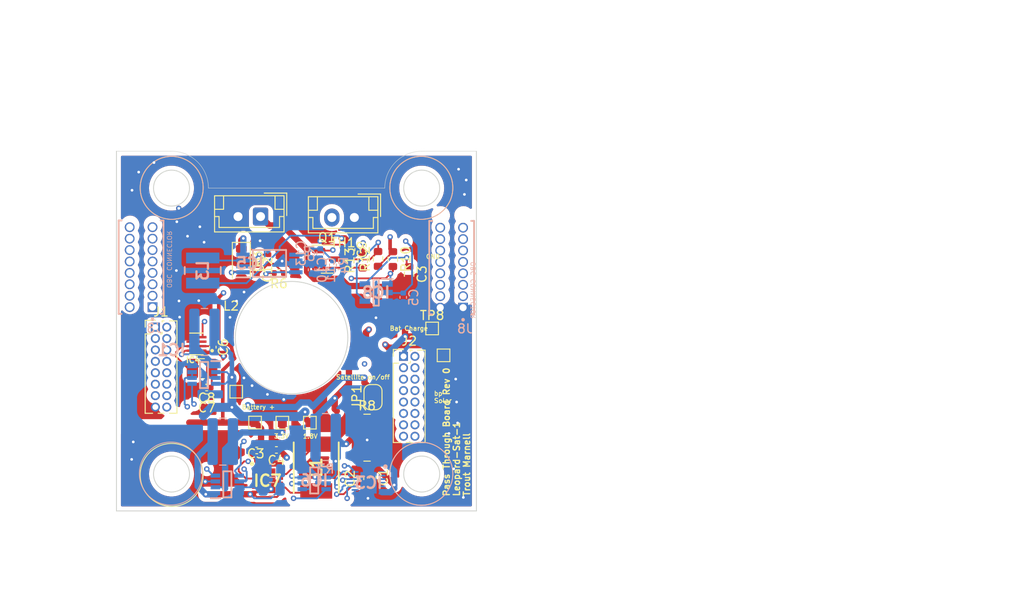
<source format=kicad_pcb>
(kicad_pcb (version 20221018) (generator pcbnew)
  (layers (0 "F.Cu" signal) (1 "In1.Cu" signal) (2 "In2.Cu" signal) (31 "B.Cu" signal) (34 "B.Paste" user) (35 "F.Paste" user) (36 "B.SilkS" user "B.Silkscreen") (37 "F.SilkS" user "F.Silkscreen") (38 "B.Mask" user) (39 "F.Mask" user) (44 "Edge.Cuts" user))
  (net 0 "")
  (net 1 "GND")
  (net 2 "Battery +")
  (net 3 "3V3 MEASURE")
  (net 4 "1V8 MEASURE")
  (net 5 "3.3V")
  (net 6 "1.8V")
  (net 7 "SCL(1)")
  (net 8 "SDA(1)")
  (net 9 "Net-(IC4-SW)")
  (net 10 "Vsolar")
  (net 11 "VMPPT")
  (net 12 "Net-(IC5-MPP-SET)")
  (net 13 "Net-(IC5-VCTRL)")
  (net 14 "Net-(IC5-LX)")
  (net 15 "MPPT ENABLE")
  (net 16 "DRV ENABLE 2")
  (net 17 "DRV ENABLE 1")
  (net 18 "MPPT ENABLE ")
  (net 19 "MCU ENABLE 2")
  (net 20 "MCU ENABLE 1")
  (net 21 "PWM1(1)")
  (net 22 "PWM2(2)")
  (net 23 "PWM2(1)")
  (net 24 "PWM1(2)")
  (net 25 "VBAT+")
  (net 26 "PWM2(5)")
  (net 27 "SDA(2)")
  (net 28 "SCL(2)")
  (net 29 "PWM1(5)")
  (net 30 "DRV ENABLE 3")
  (net 31 "DRV ENABLE 4")
  (net 32 "DRV ENABLE 5")
  (net 33 "PWM1(4)")
  (net 34 "PWM2(3)")
  (net 35 "PWM2(4)")
  (net 36 "PWM1(3)")
  (net 41 "Battery Charge ")
  (net 42 "Net-(IC3-REG)")
  (net 43 "Net-(IC3-TH)")
  (net 44 "FUEL_ALERT")
  (net 46 "Net-(IC7-BOLX)")
  (net 47 "Net-(IC7-BULX)")
  (net 48 "CONV_SHUTDOWN")
  (net 49 "VMPPTCHARGE")
  (net 50 "Net-(IC8-~{MR})")
  (net 51 "SAT_REST")
  (net 52 "CT")
  (footprint "Resistor_SMD:R_0402_1005Metric" (layer "F.Cu") (at 81.02 46.01 90)
    (fp_text reference "R3")
    (fp_text value "1K" hide)
  )
  (footprint "Resistor_SMD:R_0402_1005Metric" (layer "F.Cu") (at 82.18 47.55 180)
    (fp_text reference "R6")
    (fp_text value "1M" hide)
  )
  (footprint "Connector_JST:JST_EH_B2B-EH-A_1x02_P2.50mm_Vertical" (layer "F.Cu") (at 90.57 41.37 180)
    (fp_text reference "TH1")
    (fp_text value "Thermistor_NTC   10k" hide)
  )
  (footprint "TestPoint:TestPoint_Pad_1.0x1.0mm" (layer "F.Cu") (at 99.21 53.71)
    (fp_text reference "TP8")
    (fp_text value "TestPoint_Alt" hide)
  )
  (footprint "TestPoint:TestPoint_Pad_1.0x1.0mm" (layer "F.Cu") (at 77.44 60.74)
    (fp_text reference "TP4" hide)
    (fp_text value "TestPoint_Alt" hide)
  )
  (footprint "Capacitor_SMD:C_0402_1005Metric" (layer "F.Cu") (at 79.755 47.17 -90)
    (fp_text reference "C12")
    (fp_text value "100nF" hide)
  )
  (footprint "Package_TO_SOT_SMD:SOT-23" (layer "F.Cu") (at 87.5375 46)
    (fp_text reference "Q1")
    (fp_text value "2N7002")
  )
  (footprint "1.8v converter pico:SON50P200X150X100-8N" (layer "F.Cu") (at 73.02 55.43 180)
    (fp_text reference "IC4")
    (fp_text value "TPS62840DLCR" hide)
  )
  (footprint "Resistor_SMD:R_0603_1608Metric" (layer "F.Cu") (at 91.5 46.15 90)
    (fp_text reference "R13")
    (fp_text value "5k")
  )
  (footprint "Resistor_SMD:R_0603_1608Metric" (layer "F.Cu") (at 93.2 45.975 90)
    (fp_text reference "R12")
    (fp_text value "1M")
  )
  (footprint "Capacitor_SMD:C_0402_1005Metric" (layer "F.Cu") (at 74.84 55.79 -90)
    (fp_text reference "C6")
    (fp_text value "4.7uF" hide)
  )
  (footprint "Diode_SMD:D_SOD-123" (layer "F.Cu") (at 78.01 46.5 -90)
    (fp_text reference "D1")
    (fp_text value "4.5v" hide)
  )
  (footprint "3.3 v conv picoooooo:SON50P270X300X60-13N" (layer "F.Cu") (at 80.92 70.65)
    (fp_text reference "IC7")
    (fp_text value "RP602K330G-TR" hide)
  )
  (footprint "Resistor_SMD:R_1020_2550Metric" (layer "F.Cu") (at 91.98 65.855)
    (fp_text reference "R8")
    (fp_text value "10m")
  )
  (footprint "Capacitor_SMD:C_0402_1005Metric" (layer "F.Cu") (at 74.155 60.28 180)
    (fp_text reference "C8")
    (fp_text value "1uF" hide)
  )
  (footprint "TestPoint:TestPoint_Pad_1.0x1.0mm" (layer "F.Cu") (at 100.48 56.7)
    (fp_text reference "TP6" hide)
    (fp_text value "TestPoint_Alt" hide)
  )
  (footprint "Resistor_SMD:R_0603_1608Metric" (layer "F.Cu") (at 96.65 47.675 -90)
    (fp_text reference "C3")
    (fp_text value "10uF")
  )
  (footprint "3.3v inductor for pico:INDPM5650X530N" (layer "F.Cu") (at 86.33 69.18 -90)
    (fp_text reference "L1")
    (fp_text value "1.0uH" hide)
  )
  (footprint "Inductor_SMD:L_1008_2520Metric" (layer "F.Cu") (at 73.645 58.185)
    (fp_text reference "L2")
    (fp_text value "2.2uH" hide)
  )
  (footprint "Capacitor_SMD:C_0402_1005Metric" (layer "F.Cu") (at 79.72 67.28 180)
    (fp_text reference "C3")
    (fp_text value "10uF")
  )
  (footprint "Capacitor_SMD:C_0402_1005Metric" (layer "F.Cu") (at 92.63 70.24 -90)
    (fp_text reference "C1")
    (fp_text value ".1uF")
  )
  (footprint "Capacitor_SMD:C_0402_1005Metric" (layer "F.Cu") (at 91.255 70.415 90)
    (fp_text reference "C2")
    (fp_text value ".47uF")
  )
  (footprint "TestPoint:TestPoint_Pad_1.0x1.0mm" (layer "F.Cu") (at 79.535 64.175)
    (fp_text reference "TP1" hide)
    (fp_text value "TestPoint_Alt" hide)
  )
  (footprint "Connector_JST:JST_EH_B2B-EH-A_1x02_P2.50mm_Vertical" (layer "F.Cu") (at 80.143 41.265 180)
    (fp_text reference "J3" hide)
    (fp_text value "Conn_01x02_Socket" hide)
  )
  (footprint "Jumper:SolderJumper-2_P1.3mm_Open_RoundedPad1.0x1.5mm" (layer "F.Cu") (at 92.64 61.35 90)
    (fp_text reference "JP1")
    (fp_text value "SolderJumper_2_Open" hide)
  )
  (footprint "Capacitor_SMD:C_0402_1005Metric" (layer "F.Cu") (at 74.17 61.365 180)
    (fp_text reference "C7")
    (fp_text value "10uF" hide)
  )
  (footprint "TestPoint:TestPoint_Pad_1.0x1.0mm" (layer "F.Cu") (at 85.625 64.19)
    (fp_text reference "TP3" hide)
    (fp_text value "TestPoint_Alt" hide)
  )
  (footprint "Connector_PinHeader_1.27mm:PinHeader_2x08_P1.27mm_Vertical" (layer "F.Cu") (at 68.455 53.56)
    (fp_text reference "J1")
    (fp_text value "FLE-108-01-XX-DV" hide)
  )
  (footprint "Capacitor_SMD:C_0402_1005Metric" (layer "F.Cu") (at 90.265 44.93 -90)
    (fp_text reference "C9")
    (fp_text value "10uF" hide)
  )
  (footprint "TestPoint:TestPoint_Pad_1.0x1.0mm" (layer "F.Cu") (at 82.565 64.19)
    (fp_text reference "TP2" hide)
    (fp_text value "TestPoint_Alt" hide)
  )
  (footprint "Capacitor_SMD:C_0402_1005Metric" (layer "F.Cu") (at 81.905 67.22 180)
    (fp_text reference "C4")
    (fp_text value "22uF")
  )
  (footprint "Resistor_SMD:R_0603_1608Metric" (layer "F.Cu") (at 94.85 46 -90)
    (fp_text reference "R10")
    (fp_text value "1M")
  )
  (footprint "Connector_PinHeader_1.27mm:PinHeader_2x08_P1.27mm_Vertical" (layer "F.Cu") (at 96.03 56.81)
    (fp_text reference "J2")
    (fp_text value "FLE-108-01-XX-DV" hide)
  )
  (footprint "Resistor_SMD:R_0402_1005Metric" (layer "B.Cu") (at 86.775 45.35 -90)
    (fp_text reference "R5")
    (fp_text value "420k" hide)
  )
  (footprint "SLM-108-01-L-D:SAMTEC_SLM-108-01-L-D" (layer "B.Cu") (at 66.87 46.895 -90)
    (fp_text reference "J8")
    (fp_text value "SLM-108-01-L-D")
  )
  (footprint "Capacitor_SMD:C_0805_2012Metric" (layer "B.Cu") (at 81.375 71.575 180)
    (fp_text reference "ff" hide)
    (fp_text value "C_0805_2012Metric" hide)
  )
  (footprint "SPV1040T:SOP65P640X120-8N" (layer "B.Cu") (at 81.132 46.48)
    (fp_text reference "IC5")
    (fp_text value "SPV1040T" hide)
  )
  (footprint "Resistor_SMD:R_0402_1005Metric" (layer "B.Cu") (at 88.19 46.705 90)
    (fp_text reference "R4")
    (fp_text value "1M" hide)
  )
  (footprint "Capacitor_SMD:C_0402_1005Metric" (layer "B.Cu") (at 85.815 47.185 90)
    (fp_text reference "C10")
    (fp_text value "10uF" hide)
  )
  (footprint "current:SOP65P280X110-8N" (layer "B.Cu") (at 73.859 58.887 180)
    (fp_text reference "IC2" hide)
    (fp_text value "INA236AIDDFR" hide)
  )
  (footprint "inductro pass:NRS4012T150MDGJ" (layer "B.Cu") (at 73.72 47.27 -90)
    (fp_text reference "L3")
    (fp_text value "NRS4012T150MDGJ" hide)
  )
  (footprint "Capacitor_SMD:C_0402_1005Metric" (layer "B.Cu") (at 86.75 47.2 90)
    (fp_text reference "C11")
    (fp_text value "4.7uF" hide)
  )
  (footprint "voltagewatchdog:SOT95P280X145-5N" (layer "B.Cu") (at 92.984 49.718 180)
    (fp_text reference "IC8")
    (fp_text value "TLV840MADL30DBVRQ1" hide)
  )
  (footprint "Capacitor_SMD:C_0402_1005Metric" (layer "B.Cu") (at 85.8 45.35 -90)
    (fp_text reference "C13")
    (fp_text value "1nF" hide)
  )
  (footprint "current:SOP65P280X110-8N" (layer "B.Cu") (at 86.106 70.612 180)
    (fp_text reference "IC6")
    (fp_text value "INA236AIDDFR" hide)
  )
  (footprint "current:SOP65P280X110-8N" (layer "B.Cu") (at 76.454 71.049)
    (fp_text reference "IC1")
    (fp_text value "INA236AIDDFR" hide)
  )
  (footprint "Resistor_SMD:R_1020_2550Metric" (layer "B.Cu") (at 75.946 66.294)
    (fp_text reference "R1" hide)
    (fp_text value "20m" hide)
  )
  (footprint "SLM-108-01-L-D:SAMTEC_SLM-108-01-L-D" (layer "B.Cu") (at 101.38 46.945 -90)
    (fp_text reference "J8")
    (fp_text value "SLM-108-01-L-D")
  )
  (footprint "fuel:SON40P300X300X80-15N" (layer "B.Cu") (at 92.145 70.87 180)
    (fp_text reference "IC3")
    (fp_text value "MAX17260SETD+T" hide)
  )
  (footprint "Capacitor_SMD:C_0402_1005Metric" (layer "B.Cu") (at 96 50.25 90)
    (fp_text reference "C5")
    (fp_text value "1uF")
  )
  (footprint "Resistor_SMD:R_1020_2550Metric" (layer "B.Cu") (at 73.914 54.102)
    (fp_text reference "R2" hide)
    (fp_text value "20m" hide)
  )
  (footprint "Capacitor_SMD:C_0805_2012Metric" (layer "B.Cu") (at 81.425 69.525 180)
    (fp_text reference "gg" hide)
    (fp_text value "C_0805_2012Metric" hide)
  )
  (footprint "Resistor_SMD:R_1020_2550Metric" (layer "B.Cu") (at 87.376 65.786)
    (fp_text reference "R7")
    (fp_text value "20m")
  )
  (gr_circle (center 98.01 69.87) (end 94.51 69.87) (stroke (width 0.1)) (fill none) (layer "B.SilkS"))
  (gr_circle (center 70.175 69.85) (end 66.675 69.85) (stroke (width 0.1)) (fill none) (layer "B.SilkS"))
  (gr_circle (center 98.01 38.07) (end 94.51 38.07) (stroke (width 0.1)) (fill none) (layer "B.SilkS"))
  (gr_circle (center 98.01 69.87) (end 94.51 69.87) (stroke (width 0.1)) (fill none) (layer "B.SilkS"))
  (gr_circle (center 70.27 38.07) (end 66.77 38.07) (stroke (width 0.1)) (fill none) (layer "B.SilkS"))
  (gr_circle (center 70.27 38.07) (end 73.77 38.07) (stroke (width 0.1)) (fill none) (layer "F.SilkS"))
  (gr_circle (center 70.27 70) (end 73.77 70) (stroke (width 0.1)) (fill none) (layer "F.SilkS"))
  (gr_circle (center 98.01 38.07) (end 101.51 38.07) (stroke (width 0.1)) (fill none) (layer "F.SilkS"))
  (gr_circle locked (center 98.05 69.9) (end 100.05 69.9) (stroke (width 0.1)) (fill none) (layer "Edge.Cuts"))
  (gr_line (start 98.308 34) (end 98.05 34) (stroke (width 0.05)) (layer "Edge.Cuts"))
  (gr_line (start 64.367 34) (end 70.106 34) (stroke (width 0.05)) (layer "Edge.Cuts"))
  (gr_line (start 64.13 74) (end 64.13 34) (stroke (width 0.1)) (layer "Edge.Cuts"))
  (gr_line (start 104.13 74) (end 104.13 34) (stroke (width 0.1)) (layer "Edge.Cuts"))
  (gr_line (start 64.367 34) (end 64.13 34) (stroke (width 0.05)) (layer "Edge.Cuts"))
  (gr_line (start 70.106 34) (end 70.25 34) (stroke (width 0.05)) (layer "Edge.Cuts"))
  (gr_arc (start 70.25 33.998) (mid 73.150552 35.199448) (end 74.352 38.1) (stroke (width 0.05)) (layer "Edge.Cuts"))
  (gr_arc (start 93.95 38.1) (mid 95.150862 35.200862) (end 98.05 34) (stroke (width 0.05)) (layer "Edge.Cuts"))
  (gr_circle locked (center 70.25 69.9) (end 72.25 69.9) (stroke (width 0.1)) (fill none) (layer "Edge.Cuts"))
  (gr_line (start 64.13 74) (end 104.13 74) (stroke (width 0.1)) (layer "Edge.Cuts"))
  (gr_line (start 93.95 38.1) (end 74.483 38.1) (stroke (width 0.05)) (layer "Edge.Cuts"))
  (gr_line (start 104.13 34) (end 98.308 34) (stroke (width 0.05)) (layer "Edge.Cuts"))
  (gr_circle locked (center 70.25 38.1) (end 72.25 38.1) (stroke (width 0.1)) (fill none) (layer "Edge.Cuts"))
  (gr_circle locked (center 83.59 54.73) (end 89.84 54.73) (stroke (width 0.1)) (fill none) (layer "Edge.Cuts"))
  (gr_line (start 74.483 38.1) (end 74.352 38.1) (stroke (width 0.05)) (layer "Edge.Cuts"))
  (gr_circle locked (center 98.05 38.1) (end 100.05 38.1) (stroke (width 0.1)) (fill none) (layer "Edge.Cuts"))
  (gr_text "OBC CONNECTOR \n" (at 69.705 49.24 -90) (layer "B.SilkS") (effects (font (size 0.5 0.5)) (justify left bottom mirror)))
  (gr_text "OBC CONNECTOR \n" (at 104.07 46.24 90) (layer "B.SilkS") (effects (font (size 0.5 0.5)) (justify left bottom mirror)))
  (gr_text "3.3V\n" (at 81.59 65.975) (layer "F.SilkS") (effects (font (size 0.5 0.5) (thickness 0.1) bold) (justify left bottom)))
  (gr_text "Bat Charge\n" (at 94.45 54) (layer "F.SilkS") (effects (font (size 0.5 0.5) (thickness 0.1) bold) (justify left bottom)))
  (gr_text "GND\n" (at 98.48 46.015) (layer "F.SilkS") (effects (font (size 0.5 0.5) (thickness 0.1) bold) (justify left bottom)))
  (gr_text "Satellite on/off\n" (at 88.48 59.415) (layer "F.SilkS") (effects (font (size 0.5 0.5) (thickness 0.1) bold) (justify left bottom)))
  (gr_text "Battery +\n" (at 78.02 62.745) (layer "F.SilkS") (effects (font (size 0.5 0.5) (thickness 0.1) bold) (justify left bottom)))
  (gr_text "1.8V\n" (at 84.795 65.995) (layer "F.SilkS") (effects (font (size 0.5 0.5) (thickness 0.1) bold) (justify left bottom)))
  (gr_text "Pass Through Board Rev 0\nLeopard-Sat-1\nTrout Marnell" (at 103.47 72.45 90) (layer "F.SilkS") (effects (font (size 0.7 0.7)) (justify left bottom)))
  (gr_text "bp \nSolar\n" (at 99.37 62.04) (layer "F.SilkS") (effects (font (size 0.5 0.5) (thickness 0.1) bold) (justify left bottom)))
  (segment (start 91.845 69.935) (end 92.63 70.72) (width 0.2) (layer "F.Cu") (net 1))
  (segment (start 80.92 70.65) (end 80.17 71.4) (width 0.2) (layer "F.Cu") (net 1))
  (segment (start 74.84 56.27) (end 73.795 56.27) (width 0.2) (layer "F.Cu") (net 1))
  (segment (start 75.501568 56.27) (end 76.028844 56.797276) (width 0.2) (layer "F.Cu") (net 1))
  (segment (start 86.478717 69.935) (end 91.255 69.935) (width 0.2) (layer "F.Cu") (net 1))
  (segment (start 89.245 44.39) (end 90.265 45.41) (width 0.2) (layer "F.Cu") (net 1))
  (segment (start 82.25 70.65) (end 80.92 70.65) (width 0.2) (layer "F.Cu") (net 1))
  (segment (start 82.32 70.72) (end 82.25 70.65) (width 0.2) (layer "F.Cu") (net 1))
  (segment (start 86.75 43.9895) (end 87.1505 44.39) (width 0.2) (layer "F.Cu") (net 1))
  (segment (start 74.84 56.27) (end 75.501568 56.27) (width 0.2) (layer "F.Cu") (net 1))
  (segment (start 73.795 56.27) (end 73.705 56.18) (width 0.2) (layer "F.Cu") (net 1))
  (segment (start 82.32 70.9) (end 82.32 70.72) (width 0.2) (layer "F.Cu") (net 1))
  (segment (start 72.335 54.68) (end 72.335 55.18) (width 0.2) (layer "F.Cu") (net 1))
  (segment (start 73.680831 59.382318) (end 73.680831 60.274169) (width 0.2) (layer "F.Cu") (net 1))
  (segment (start 73.705 55.18) (end 72.335 55.18) (width 0.2) (layer "F.Cu") (net 1))
  (segment (start 80.17 71.4) (end 79.52 71.4) (width 0.2) (layer "F.Cu") (net 1))
  (segment (start 86.184217 70.2295) (end 86.478717 69.935) (width 0.2) (layer "F.Cu") (net 1))
  (segment (start 91.255 69.935) (end 91.845 69.935) (width 0.2) (layer "F.Cu") (net 1))
  (segment (start 87.1505 44.39) (end 89.245 44.39) (width 0.2) (layer "F.Cu") (net 1))
  (segment (start 73.680831 60.274169) (end 73.675 60.28) (width 0.2) (layer "F.Cu") (net 1))
  (segment (start 82.32 70.72) (end 82.32 70.4) (width 0.2) (layer "F.Cu") (net 1))
  (via (at 102.04 64.22) (size 0.6) (drill 0.3) (layers "F.Cu" "B.Cu") (net 1))
  (via (at 82.72 61.6) (size 0.6) (drill 0.3) (layers "F.Cu" "B.Cu") (net 1))
  (via (at 71.06 40.35) (size 0.6) (drill 0.3) (layers "F.Cu" "B.Cu") (net 1))
  (via (at 65.86 38.34) (size 0.6) (drill 0.3) (layers "F.Cu" "B.Cu") (net 1))
  (via (at 101.61 69.32) (size 0.6) (drill 0.3) (layers "F.Cu" "B.Cu") (net 1))
  (via (at 81.307188 71.5695) (size 0.6) (drill 0.3) (layers "F.Cu" "B.Cu") (net 1))
  (via (at 78.3 59.21) (size 0.6) (drill 0.3) (layers "F.Cu" "B.Cu") (net 1))
  (via (at 86.75 43.9895) (size 0.6) (drill 0.3) (layers "F.Cu" "B.Cu") (net 1))
  (via (at 72.03 43.45) (size 0.6) (drill 0.3) (layers "F.Cu" "B.Cu") (net 1))
  (via (at 82.54 46.22) (size 0.6) (drill 0.3) (layers "F.Cu" "B.Cu") (net 1))
  (via (at 101.08 65.39) (size 0.6) (drill 0.3) (layers "F.Cu" "B.Cu") (net 1))
  (via (at 79.2 60.07) (size 0.6) (drill 0.3) (layers "F.Cu" "B.Cu") (net 1))
  (via (at 66 66.33) (size 0.6) (drill 0.3) (layers "F.Cu" "B.Cu") (net 1))
  (via (at 92.08 72.6005) (size 0.6) (drill 0.3) (layers "F.Cu" "B.Cu") (net 1))
  (via (at 66.6 36.32) (size 0.6) (drill 0.3) (layers "F.Cu" "B.Cu") (net 1))
  (via (at 65.82 68.27) (size 0.6) (drill 0.3) (layers "F.Cu" "B.Cu") (net 1))
  (via (at 80.09 43.96) (size 0.6) (drill 0.3) (layers "F.Cu" "B.Cu") (net 1))
  (via (at 102.8 38.8) (size 0.6) (drill 0.3) (layers "F.Cu" "B.Cu") (net 1))
  (via (at 73.680831 59.382318) (size 0.6) (drill 0.3) (layers "F.Cu" "B.Cu") (net 1))
  (via (at 102.15 36) (size 0.6) (drill 0.3) (layers "F.Cu" "B.Cu") (net 1))
  (via (at 92.97 52.52) (size 0.6) (drill 0.3) (layers "F.Cu" "B.Cu") (net 1))
  (via (at 73.4 42.4) (size 0.6) (drill 0.3) (layers "F.Cu" "B.Cu") (net 1))
  (via (at 68.3 35.26) (size 0.6) (drill 0.3) (layers "F.Cu" "B.Cu") (net 1))
  (via (at 78.31 49.66) (size 0.6) (drill 0.3) (layers "F.Cu" "B.Cu") (net 1))
  (via (at 73.28 50.62) (size 0.6) (drill 0.3) (layers "F.Cu" "B.Cu") (net 1))
  (via (at 91.99 66.11) (size 0.6) (drill 0.3) (layers "F.Cu" "B.Cu") (net 1))
  (via (at 74.0015 70.74) (size 0.6) (drill 0.3) (layers "F.Cu" "B.Cu") (net 1))
  (via (at 101.93 61.89) (size 0.6) (drill 0.3) (layers "F.Cu" "B.Cu") (net 1))
  (via (at 70.84 41.84) (size 0.6) (drill 0.3) (layers "F.Cu" "B.Cu") (net 1))
  (via (at 77.48 50.67) (size 0.6) (drill 0.3) (layers "F.Cu" "B.Cu") (net 1))
  (via (at 73.87 44.12) (size 0.6) (drill 0.3) (layers "F.Cu" "B.Cu") (net 1))
  (via (at 101.83 59.34) (size 0.6) (drill 0.3) (layers "F.Cu" "B.Cu") (net 1))
  (via (at 103 37.2) (size 0.6) (drill 0.3) (layers "F.Cu" "B.Cu") (net 1))
  (via (at 71.08 50.65) (size 0.6) (drill 0.3) (layers "F.Cu" "B.Cu") (net 1))
  (via (at 76.75 52.47) (size 0.6) (drill 0.3) (layers "F.Cu" "B.Cu") (net 1))
  (via (at 102.68 72.5) (size 0.6) (drill 0.3) (layers "F.Cu" "B.Cu") (net 1))
  (via (at 80.91 61.04) (size 0.6) (drill 0.3) (layers "F.Cu" "B.Cu") (net 1))
  (via (at 71.15 52.45) (size 0.6) (drill 0.3) (layers "F.Cu" "B.Cu") (net 1))
  (via (at 86.184217 70.2295) (size 0.6) (drill 0.3) (layers "F.Cu" "B.Cu") (net 1))
  (via (at 76.028844 56.797276) (size 0.6) (drill 0.3) (layers "F.Cu" "B.Cu") (net 1))
  (via (at 70.79 47.27) (size 0.6) (drill 0.3) (layers "F.Cu" "B.Cu") (net 1))
  (segment (start 73.680831 58.799169) (end 73.680831 59.382318) (width 0.2) (layer "B.Cu") (net 1))
  (segment (start 74.0175 70.724) (end 74.0015 70.74) (width 0.2) (layer "B.Cu") (net 1))
  (segment (start 74.559 59.212) (end 75.184 59.212) (width 0.2) (layer "B.Cu") (net 1))
  (segment (start 86.806 70.937) (end 87.431 70.937) (width 0.2) (layer "B.Cu") (net 1))
  (segment (start 79.296 71.374) (end 80.475 70.195) (width 0.2) (layer "B.Cu") (net 1))
  (segment (start 80.425 71.575) (end 81.301688 71.575) (width 0.2) (layer "B.Cu") (net 1))
  (segment (start 80.425 71.575) (end 80.425 69.575) (width 0.2) (layer "B.Cu") (net 1))
  (segment (start 81.301688 71.575) (end 81.307188 71.5695) (width 0.2) (layer "B.Cu") (net 1))
  (segment (start 75.129 70.724) (end 74.0175 70.724) (width 0.2) (layer "B.Cu") (net 1))
  (segment (start 78.194 46.805) (end 79.519529 46.805) (width 0.2) (layer "B.Cu") (net 1))
  (segment (start 79.519529 46.805) (end 80.61 45.714529) (width 0.2) (layer "B.Cu") (net 1))
  (segment (start 90.645 71.67) (end 90.645 72.07) (width 0.2) (layer "B.Cu") (net 1))
  (segment (start 86.1005 70.2295) (end 86.184217 70.2295) (width 0.2) (layer "B.Cu") (net 1))
  (segment (start 92.08 72.6005) (end 92.08 70.935) (width 0.2) (layer "B.Cu") (net 1))
  (segment (start 73.9135 58.5665) (end 74.559 59.212) (width 0.2) (layer "B.Cu") (net 1))
  (segment (start 85.506 69.637) (end 86.0995 70.2305) (width 0.2) (layer "B.Cu") (net 1))
  (segment (start 73.9135 58.5665) (end 73.680831 58.799169) (width 0.2) (layer "B.Cu") (net 1))
  (segment (start 80.61 44.48) (end 80.09 43.96) (width 0.2) (layer "B.Cu") (net 1))
  (segment (start 92.08 70.935) (end 92.145 70.87) (width 0.2) (layer "B.Cu") (net 1))
  (segment (start 73.259 57.912) (end 73.9135 58.5665) (width 0.2) (layer "B.Cu") (net 1))
  (segment (start 84.07 46.155) (end 84.07 46.805) (width 0.2) (layer "B.Cu") (net 1))
  (segment (start 90.945 72.07) (end 90.645 72.07) (width 0.2) (layer "B.Cu") (net 1))
  (segment (start 86.0995 70.2305) (end 86.806 70.937) (width 0.2) (layer "B.Cu") (net 1))
  (segment (start 77.779 71.374) (end 79.296 71.374) (width 0.2) (layer "B.Cu") (net 1))
  (segment (start 86.0995 70.2305) (end 86.1005 70.2295) (width 0.2) (layer "B.Cu") (net 1))
  (segment (start 84.781 69.637) (end 85.506 69.637) (width 0.2) (layer "B.Cu") (net 1))
  (segment (start 92.145 70.87) (end 90.945 72.07) (width 0.2) (layer "B.Cu") (net 1))
  (segment (start 80.61 45.714529) (end 80.61 44.48) (width 0.2) (layer "B.Cu") (net 1))
  (segment (start 80.475 70.195) (end 80.475 69.525) (width 0.2) (layer "B.Cu") (net 1))
  (segment (start 72.534 57.912) (end 73.259 57.912) (width 0.2) (layer "B.Cu") (net 1))
  (segment (start 80.425 69.575) (end 80.475 69.525) (width 0.2) (layer "B.Cu") (net 1))
  (segment (start 75.15 55.49) (end 75.5 55.49) (width 0.4) (layer "F.Cu") (net 2))
  (segment (start 72.223 64.175) (end 75.946 64.175) (width 0.7) (layer "F.Cu") (net 2))
  (segment (start 76.910817 55.790817) (end 77.006261 56.252171) (width 0.4) (layer "F.Cu") (net 2))
  (segment (start 93.225 46.8) (end 94.85 45.175) (width 0.2) (layer "F.Cu") (net 2))
  (segment (start 77.163882 56.78898) (end 77.258919 57.036057) (width 0.4) (layer "F.Cu") (net 2))
  (segment (start 76.61 55.49) (end 76.910817 55.790817) (width 0.4) (layer "F.Cu") (net 2))
  (segment (start 79.24 67.28) (end 79.24 67.605807) (width 0.7) (layer "F.Cu") (net 2))
  (segment (start 79.24 66.954193) (end 79.774193 66.42) (width 0.7) (layer "F.Cu") (net 2))
  (segment (start 79.24 67.605807) (end 79.79 68.155807) (width 0.7) (layer "F.Cu") (net 2))
  (segment (start 77.006261 56.252171) (end 77.163882 56.78898) (width 0.4) (layer "F.Cu") (net 2))
  (segment (start 74.47 55.68) (end 74.84 55.31) (width 0.2) (layer "F.Cu") (net 2))
  (segment (start 75.5 55.49) (end 75.5 50.28) (width 0.4) (layer "F.Cu") (net 2))
  (segment (start 75.946 58.348976) (end 75.946 64.175) (width 0.4) (layer "F.Cu") (net 2))
  (segment (start 79.52 69.4) (end 79.52 69.29) (width 0.2) (layer "F.Cu") (net 2))
  (segment (start 75.5 50.28) (end 76.03 49.75) (width 0.4) (layer "F.Cu") (net 2))
  (segment (start 75.5 55.49) (end 76.61 55.49) (width 0.4) (layer "F.Cu") (net 2))
  (segment (start 79.79 68.43) (end 80.085 68.725) (width 0.7) (layer "F.Cu") (net 2))
  (segment (start 80.2 64.84) (end 79.535 64.175) (width 0.7) (layer "F.Cu") (net 2))
  (segment (start 73.705 55.68) (end 74.47 55.68) (width 0.2) (layer "F.Cu") (net 2))
  (segment (start 80.1 66.42) (end 80.2 66.32) (width 0.7) (layer "F.Cu") (net 2))
  (segment (start 93.2 46.8) (end 93.225 46.8) (width 0.2) (layer "F.Cu") (net 2))
  (segment (start 77.258919 57.036057) (end 75.946 58.348976) (width 0.4) (layer "F.Cu") (net 2))
  (segment (start 79.52 69.29) (end 80.085 68.725) (width 0.2) (layer "F.Cu") (net 2))
  (segment (start 80.2 66.32) (end 80.2 64.84) (width 0.7) (layer "F.Cu") (net 2))
  (segment (start 79.774193 66.42) (end 80.1 66.42) (width 0.7) (layer "F.Cu") (net 2))
  (segment (start 80.085 68.725) (end 82.32 68.725) (width 0.7) (layer "F.Cu") (net 2))
  (segment (start 94.54 43.53) (end 94.54 44.865) (width 0.4) (layer "F.Cu") (net 2))
  (segment (start 82.32 69.4) (end 82.32 68.725) (width 0.2) (layer "F.Cu") (net 2))
  (segment (start 94.54 44.865) (end 94.85 45.175) (width 0.4) (layer "F.Cu") (net 2))
  (segment (start 75.946 64.175) (end 79.535 64.175) (width 0.7) (layer "F.Cu") (net 2))
  (segment (start 79.79 68.155807) (end 79.79 68.43) (width 0.7) (layer "F.Cu") (net 2))
  (segment (start 79.24 67.28) (end 79.24 66.954193) (width 0.7) (layer "F.Cu") (net 2))
  (via (at 94.54 43.53) (size 0.6) (drill 0.3) (layers "F.Cu" "B.Cu") (net 2))
  (via (at 76.03 49.75) (size 0.6) (drill 0.3) (layers "F.Cu" "B.Cu") (net 2))
  (segment (start 82.32 71.9) (end 82.32 72.1) (width 0.2) (layer "F.Cu") (net 3))
  (segment (start 79.271 72.149) (end 79.32 72.1) (width 0.7) (layer "F.Cu") (net 3))
  (segment (start 82.385 67.22) (end 82.385 67.399) (width 0.7) (layer "F.Cu") (net 3))
  (segment (start 74.054 72.149) (end 78.994 72.149) (width 0.7) (layer "F.Cu") (net 3))
  (segment (start 82.385 67.399) (end 83.058 68.072) (width 0.7) (layer "F.Cu") (net 3))
  (segment (start 78.994 72.149) (end 79.271 72.149) (width 0.7) (layer "F.Cu") (net 3))
  (segment (start 82.32 72.1) (end 81.97 72.45) (width 0.2) (layer "F.Cu") (net 3))
  (segment (start 81.97 72.45) (end 79.72 72.45) (width 0.2) (layer "F.Cu") (net 3))
  (segment (start 79.72 72.45) (end 79.52 72.25) (width 0.2) (layer "F.Cu") (net 3))
  (segment (start 79.52 72.25) (end 79.52 71.9) (width 0.2) (layer "F.Cu") (net 3))
  (via (at 78.994 72.149) (size 0.6) (drill 0.3) (layers "F.Cu" "B.Cu") (net 3))
  (via (at 83.058 68.072) (size 0.6) (drill 0.3) (layers "F.Cu" "B.Cu") (net 3))
  (via (at 74.054 72.149) (size 0.6) (drill 0.3) (layers "F.Cu" "B.Cu") (net 3))
  (segment (start 73.152 71.247) (end 74.054 72.149) (width 0.7) (layer "B.Cu") (net 3))
  (segment (start 83.058 68.072) (end 83.058 68.085) (width 0.7) (layer "B.Cu") (net 3))
  (segment (start 74.821 66.294) (end 73.152 67.963) (width 0.7) (layer "B.Cu") (net 3))
  (segment (start 82.325 71.575) (end 81.3 72.6) (width 0.2) (layer "B.Cu") (net 3))
  (segment (start 79.445 72.6) (end 78.994 72.149) (width 0.2) (layer "B.Cu") (net 3))
  (segment (start 74.054 72.149) (end 75.129 72.149) (width 0.7) (layer "B.Cu") (net 3))
  (segment (start 73.152 67.963) (end 73.152 71.247) (width 0.7) (layer "B.Cu") (net 3))
  (segment (start 82.325 71.575) (end 82.325 69.575) (width 0.2) (layer "B.Cu") (net 3))
  (segment (start 82.325 69.575) (end 82.375 69.525) (width 0.2) (layer "B.Cu") (net 3))
  (segment (start 81.3 72.6) (end 79.445 72.6) (width 0.2) (layer "B.Cu") (net 3))
  (segment (start 71.77 56.18) (end 71.36 56.59) (width 0.2) (layer "F.Cu") (net 4))
  (segment (start 72.335 56.18) (end 71.77 56.18) (width 0.2) (layer "F.Cu") (net 4))
  (segment (start 74.65 60.295) (end 74.635 60.28) (width 0.2) (layer "F.Cu") (net 4))
  (segment (start 74.72 60.195) (end 74.635 60.28) (width 0.2) (layer "F.Cu") (net 4))
  (segment (start 74.72 58.185) (end 74.72 60.195) (width 0.2) (layer "F.Cu") (net 4))
  (segment (start 74.65 61.365) (end 74.65 60.295) (width 0.2) (layer "F.Cu") (net 4))
  (segment (start 74.72 58.185) (end 73.125 56.59) (width 0.2) (layer "F.Cu") (net 4))
  (segment (start 73.125 56.59) (end 71.36 56.59) (width 0.2) (layer "F.Cu") (net 4))
  (via (at 71.36 56.59) (size 0.6) (drill 0.3) (layers "F.Cu" "B.Cu") (net 4))
  (segment (start 71.36 56.59) (end 73.35 56.59) (width 0.2) (layer "B.Cu") (net 4))
  (segment (start 73.35 56.59) (end 73.429249 56.510751) (width 0.2) (layer "B.Cu") (net 4))
  (segment (start 72.789 55.870503) (end 73.429249 56.510751) (width 1) (layer "B.Cu") (net 4))
  (segment (start 74.555497 57.637) (end 75.184 57.637) (width 1) (layer "B.Cu") (net 4))
  (segment (start 72.789 54.102) (end 72.789 55.870503) (width 1) (layer "B.Cu") (net 4))
  (segment (start 73.429249 56.510751) (end 74.555497 57.637) (width 1) (layer "B.Cu") (net 4))
  (segment (start 82.565 65.263) (end 82.55 65.278) (width 0.7) (layer "F.Cu") (net 5))
  (segment (start 82.565 64.19) (end 82.565 65.263) (width 0.7) (layer "F.Cu") (net 5))
  (via (at 82.55 65.278) (size 0.6) (drill 0.3) (layers "F.Cu" "B.Cu") (net 5))
  (via (at 96.272538 44.002538) (size 0.6) (drill 0.3) (layers "F.Cu" "B.Cu") (net 5))
  (segment (start 76.079 71.374) (end 76.204 71.499) (width 0.2) (layer "B.Cu") (net 5))
  (segment (start 78.087 65.278) (end 77.071 66.294) (width 0.7) (layer "B.Cu") (net 5))
  (segment (start 82.55 65.278) (end 78.087 65.278) (width 0.7) (layer "B.Cu") (net 5))
  (segment (start 76.204 67.161) (end 76.204 71.499) (width 0.7) (layer "B.Cu") (net 5))
  (segment (start 96 49.77) (end 96.98 48.79) (width 0.2) (layer "B.Cu") (net 5))
  (segment (start 96.98 44.71) (end 96.272538 44.002538) (width 0.2) (layer "B.Cu") (net 5))
  (segment (start 75.129 71.374) (end 76.079 71.374) (width 0.2) (layer "B.Cu") (net 5))
  (segment (start 96 49.77) (end 94.286 49.77) (width 0.2) (layer "B.Cu") (net 5))
  (segment (start 94.286 49.77) (end 94.234 49.718) (width 0.2) (layer "B.Cu") (net 5))
  (segment (start 77.071 66.294) (end 76.204 67.161) (width 0.7) (layer "B.Cu") (net 5))
  (segment (start 96.98 48.79) (end 96.98 44.71) (width 0.2) (layer "B.Cu") (net 5))
  (segment (start 85.09 62.992) (end 85.09 63.655) (width 0.7) (layer "F.Cu") (net 6))
  (segment (start 91.5 45.325) (end 91.5 44.23) (width 0.2) (layer "F.Cu") (net 6))
  (segment (start 88.12 45.05) (end 88.18 44.99) (width 0.2) (layer "F.Cu") (net 6))
  (segment (start 91.5 44.23) (end 91.54 44.19) (width 0.2) (layer "F.Cu") (net 6))
  (segment (start 85.09 63.655) (end 85.625 64.19) (width 0.7) (layer "F.Cu") (net 6))
  (segment (start 86.6 45.05) (end 88.12 45.05) (width 0.2) (layer "F.Cu") (net 6))
  (via (at 88.18 44.99) (size 0.6) (drill 0.3) (layers "F.Cu" "B.Cu") (net 6))
  (via (at 91.54 44.19) (size 0.6) (drill 0.3) (layers "F.Cu" "B.Cu") (net 6))
  (via (at 74.168 69.342) (size 0.6) (drill 0.3) (layers "F.Cu" "B.Cu") (net 6))
  (via (at 91.7 57.65) (size 0.6) (drill 0.3) (layers "F.Cu" "B.Cu") (net 6))
  (via (at 76.962 62.484) (size 0.6) (drill 0.3) (layers "F.Cu" "B.Cu") (net 6))
  (via (at 76.962 59.14) (size 0.6) (drill 0.3) (layers "F.Cu" "B.Cu") (net 6))
  (via (at 85.09 62.992) (size 0.6) (drill 0.3) (layers "F.Cu" "B.Cu") (net 6))
  (via (at 83.81 72.6005) (size 0.6) (drill 0.3) (layers "F.Cu" "B.Cu") (net 6))
  (segment (start 76.962 62.484) (end 77.067371 62.484) (width 1) (layer "B.Cu") (net 6))
  (segment (start 75.129 70.074) (end 74.9 70.074) (width 0.2) (layer "B.Cu") (net 6))
  (segment (start 76.962 59.14) (end 76.962 57.119108) (width 0.5) (layer "B.Cu") (net 6))
  (segment (start 76.962 59.14) (end 76.384 58.562) (width 0.2) (layer "B.Cu") (net 6))
  (segment (start 74.716 62.484) (end 76.962 62.484) (width 1) (layer "B.Cu") (net 6))
  (segment (start 86.4175 72.6005) (end 83.81 72.6005) (width 0.2) (layer "B.Cu") (net 6))
  (segment (start 76.85 57.007108) (end 76.85 56.558477) (width 0.5) (layer "B.Cu") (net 6))
  (segment (start 76.962 57.119108) (end 76.85 57.007108) (width 0.5) (layer "B.Cu") (net 6))
  (segment (start 76.962 59.14) (end 76.24 59.862) (width 0.2) (layer "B.Cu") (net 6))
  (segment (start 84.582 63.5) (end 85.09 62.992) (width 1) (layer "B.Cu") (net 6))
  (segment (start 77.067371 62.484) (end 78.083371 63.5) (width 1) (layer "B.Cu") (net 6))
  (segment (start 74.9 70.074) (end 74.168 69.342) (width 0.2) (layer "B.Cu") (net 6))
  (segment (start 73.785 63.415) (end 74.716 62.484) (width 1) (layer "B.Cu") (net 6))
  (segment (start 76.962 59.14) (end 76.962 62.484) (width 1) (layer "B.Cu") (net 6))
  (segment (start 78.083371 63.5) (end 84.582 63.5) (width 1) (layer "B.Cu") (net 6))
  (segment (start 75.039 54.747477) (end 75.039 54.102) (width 0.5) (layer "B.Cu") (net 6))
  (segment (start 76.24 59.862) (end 75.184 59.862) (width 0.2) (layer "B.Cu") (net 6))
  (segment (start 76.384 58.562) (end 75.184 58.562) (width 0.2) (layer "B.Cu") (net 6))
  (segment (start 87.431 71.587) (end 86.4175 72.6005) (width 0.2) (layer "B.Cu") (net 6))
  (segment (start 76.85 56.558477) (end 75.039 54.747477) (width 0.5) (layer "B.Cu") (net 6))
  (via (at 78.299438 66.266938) (size 0.6) (drill 0.3) (layers "F.Cu" "B.Cu") (net 7))
  (via (at 72.75 62.12) (size 0.6) (drill 0.3) (layers "F.Cu" "B.Cu") (net 7))
  (via (at 89.47 68.99) (size 0.6) (drill 0.3) (layers "F.Cu" "B.Cu") (net 7))
  (via (at 83.623911 70.133911) (size 0.6) (drill 0.3) (layers "F.Cu" "B.Cu") (net 7))
  (segment (start 72.534 61.904) (end 72.534 59.862) (width 0.2) (layer "B.Cu") (net 7))
  (segment (start 85.506 71.587) (end 85.606 71.487) (width 0.2) (layer "B.Cu") (net 7))
  (segment (start 77.32 69.615) (end 77.779 70.074) (width 0.2) (layer "B.Cu") (net 7))
  (segment (start 77.946 68.871817) (end 77.32 69.497817) (width 0.2) (layer "B.Cu") (net 7))
  (segment (start 85.606 71.487) (end 85.606 70.387) (width 0.2) (layer "B.Cu") (net 7))
  (segment (start 83.623911 70.133911) (end 83.777 70.287) (width 0.2) (layer "B.Cu") (net 7))
  (segment (start 84.781 71.587) (end 85.506 71.587) (width 0.2) (layer "B.Cu") (net 7))
  (segment (start 83.777 70.287) (end 84.781 70.287) (width 0.2) (layer "B.Cu") (net 7))
  (segment (start 77.946 66.620376) (end 77.946 68.871817) (width 0.2) (layer "B.Cu") (net 7))
  (segment (start 77.32 69.497817) (end 77.32 69.615) (width 0.2) (layer "B.Cu") (net 7))
  (segment (start 89.965 68.99) (end 90.645 69.67) (width 0.2) (layer "B.Cu") (net 7))
  (segment (start 78.299438 66.266938) (end 77.946 66.620376) (width 0.2) (layer "B.Cu") (net 7))
  (segment (start 85.506 70.287) (end 84.781 70.287) (width 0.2) (layer "B.Cu") (net 7))
  (segment (start 72.75 62.12) (end 72.534 61.904) (width 0.2) (layer "B.Cu") (net 7))
  (segment (start 89.47 68.99) (end 89.965 68.99) (width 0.2) (layer "B.Cu") (net 7))
  (segment (start 85.606 70.387) (end 85.506 70.287) (width 0.2) (layer "B.Cu") (net 7))
  (via (at 72.007618 62.4155) (size 0.6) (drill 0.3) (layers "F.Cu" "B.Cu") (net 8))
  (via (at 78.315513 69.350127) (size 0.6) (drill 0.3) (layers "F.Cu" "B.Cu") (net 8))
  (via (at 83.62 70.97) (size 0.6) (drill 0.3) (layers "F.Cu" "B.Cu") (net 8))
  (via (at 88.63394 71.343072) (size 0.6) (drill 0.3) (layers "F.Cu" "B.Cu") (net 8))
  (segment (start 71.809 59.212) (end 72.534 59.212) (width 0.2) (layer "B.Cu") (net 8))
  (segment (start 88.901 70.009) (end 89.3 69.61) (width 0.2) (layer "B.Cu") (net 8))
  (segment (start 78.604 70.599) (end 78.379 70.599) (width 0.2) (layer "B.Cu") (net 8))
  (segment (start 88.901 70.107686) (end 88.901 70.009) (width 0.2) (layer "B.Cu") (net 8))
  (segment (start 84.748 70.97) (end 84.781 70.937) (width 0.2) (layer "B.Cu") (net 8))
  (segment (start 89.3 69.61) (end 89.738529 69.61) (width 0.2) (layer "B.Cu") (net 8))
  (segment (start 71.709 59.312) (end 71.809 59.212) (width 0.2) (layer "B.Cu") (net 8))
  (segment (start 72.007618 62.4155) (end 71.709 62.116882) (width 0.2) (layer "B.Cu") (net 8))
  (segment (start 89.738529 69.61) (end 89.97 69.841471) (width 0.2) (layer "B.Cu") (net 8))
  (segment (start 78.379 70.599) (end 78.504 70.724) (width 0.2) (layer "B.Cu") (net 8))
  (segment (start 78.604 69.638614) (end 78.604 70.599) (width 0.2) (layer "B.Cu") (net 8))
  (segment (start 78.315513 69.350127) (end 78.604 69.638614) (width 0.2) (layer "B.Cu") (net 8))
  (segment (start 88.41 70.598686) (end 88.901 70.107686) (width 0.2) (layer "B.Cu") (net 8))
  (segment (start 89.97 70.07) (end 90.645 70.07) (width 0.2) (layer "B.Cu") (net 8))
  (segment (start 71.709 62.116882) (end 71.709 59.312) (width 0.2) (layer "B.Cu") (net 8))
  (segment (start 89.97 69.841471) (end 89.97 70.07) (width 0.2) (layer "B.Cu") (net 8))
  (segment (start 72.534 58.562) (end 72.534 59.212) (width 0.2) (layer "B.Cu") (net 8))
  (segment (start 83.62 70.97) (end 84.748 70.97) (width 0.2) (layer "B.Cu") (net 8))
  (segment (start 88.41 71.119132) (end 88.41 70.598686) (width 0.2) (layer "B.Cu") (net 8))
  (segment (start 78.504 70.724) (end 77.779 70.724) (width 0.2) (layer "B.Cu") (net 8))
  (segment (start 88.63394 71.343072) (end 88.41 71.119132) (width 0.2) (layer "B.Cu") (net 8))
  (segment (start 72.105 58.185) (end 72.57 58.185) (width 0.2) (layer "F.Cu") (net 9))
  (segment (start 71.421471 55.68) (end 70.76 56.341471) (width 0.2) (layer "F.Cu") (net 9))
  (segment (start 70.76 56.341471) (end 70.76 56.84) (width 0.2) (layer "F.Cu") (net 9))
  (segment (start 72.335 55.68) (end 71.421471 55.68) (width 0.2) (layer "F.Cu") (net 9))
  (segment (start 70.76 56.84) (end 72.105 58.185) (width 0.2) (layer "F.Cu") (net 9))
  (segment (start 94.351 55.851) (end 95.025 55.851) (width 0.7) (layer "F.Cu") (net 10))
  (segment (start 89.154 43.688) (end 89.503 43.688) (width 0.7) (layer "F.Cu") (net 10))
  (segment (start 99.347 55.567) (end 95.309 55.567) (width 0.7) (layer "F.Cu") (net 10))
  (segment (start 89.503 43.688) (end 90.265 44.45) (width 0.7) (layer "F.Cu") (net 10))
  (segment (start 95.309 55.567) (end 95.025 55.851) (width 0.7) (layer "F.Cu") (net 10))
  (segment (start 100.48 56.7) (end 99.347 55.567) (width 0.7) (layer "F.Cu") (net 10))
  (segment (start 94 55.5) (end 94.351 55.851) (width 0.7) (layer "F.Cu") (net 10))
  (via (at 94 55.5) (size 0.6) (drill 0.3) (layers "F.Cu" "B.Cu") (net 10))
  (via (at 89.154 43.688) (size 0.6) (drill 0.3) (layers "F.Cu" "B.Cu") (net 10))
  (segment (start 73.72 48.67) (end 78.58 48.67) (width 0.2) (layer "B.Cu") (net 10))
  (segment (start 82.27 44.98) (end 82.27 44.61) (width 0.2) (layer "B.Cu") (net 10))
  (segment (start 83.49 43.39) (end 88.856 43.39) (width 0.2) (layer "B.Cu") (net 10))
  (segment (start 82.27 44.61) (end 83.49 43.39) (width 0.2) (layer "B.Cu") (net 10))
  (segment (start 78.58 48.67) (end 82.27 44.98) (width 0.2) (layer "B.Cu") (net 10))
  (segment (start 88.856 43.39) (end 89.154 43.688) (width 0.2) (layer "B.Cu") (net 10))
  (segment (start 88.392 61.468) (end 89.964428 59.895572) (width 0.7) (layer "F.Cu") (net 11))
  (segment (start 89.964428 57.385572) (end 91.86 55.49) (width 0.7) (layer "F.Cu") (net 11))
  (segment (start 91.86 55.49) (end 91.86 54.15) (width 0.7) (layer "F.Cu") (net 11))
  (segment (start 91.86 54.15) (end 92.18 53.83) (width 0.7) (layer "F.Cu") (net 11))
  (segment (start 78.01 44.85) (end 78.01 43.91) (width 0.7) (layer "F.Cu") (net 11))
  (segment (start 88.392 62.667) (end 88.62 62.895) (width 0.7) (layer "F.Cu") (net 11))
  (segment (start 78.01 43.91) (end 78.232 43.688) (width 0.7) (layer "F.Cu") (net 11))
  (segment (start 88.392 61.468) (end 88.392 62.667) (width 0.7) (layer "F.Cu") (net 11))
  (segment (start 89.964428 59.895572) (end 89.964428 57.385572) (width 0.7) (layer "F.Cu") (net 11))
  (via (at 88.392 61.468) (size 0.6) (drill 0.3) (layers "F.Cu" "B.Cu") (net 11))
  (via (at 78.232 43.688) (size 0.6) (drill 0.3) (layers "F.Cu" "B.Cu") (net 11))
  (via (at 92.18 53.83) (size 0.6) (drill 0.3) (layers "F.Cu" "B.Cu") (net 11))
  (segment (start 86.251 63.609) (end 88.392 61.468) (width 0.7) (layer "B.Cu") (net 11))
  (segment (start 86.251 65.786) (end 86.251 68.457) (width 0.7) (layer "B.Cu") (net 11))
  (segment (start 86.251 65.786) (end 86.251 63.609) (width 0.7) (layer "B.Cu") (net 11))
  (segment (start 78.232 45.38) (end 78.194 45.38) (width 0.7) (layer "B.Cu") (net 11))
  (segment (start 86.251 68.457) (end 87.306 69.512) (width 0.7) (layer "B.Cu") (net 11))
  (segment (start 86.75 47.68) (end 86.156515 47.68) (width 0.7) (layer "B.Cu") (net 11))
  (segment (start 87.725 47.68) (end 88.19 47.215) (width 0.7) (layer "B.Cu") (net 11))
  (segment (start 78.232 43.688) (end 78.232 45.38) (width 0.7) (layer "B.Cu") (net 11))
  (segment (start 86.75 47.68) (end 87.165 47.68) (width 0.7) (layer "B.Cu") (net 11))
  (segment (start 87.165 47.68) (end 87.725 47.68) (width 0.7) (layer "B.Cu") (net 11))
  (segment (start 87.306 69.512) (end 87.431 69.512) (width 0.7) (layer "B.Cu") (net 11))
  (segment (start 86.156515 47.68) (end 85.849659 47.5691) (width 0.7) (layer "B.Cu") (net 11))
  (segment (start 79.505 47.4) (end 79.755 47.65) (width 0.2) (layer "F.Cu") (net 12))
  (segment (start 76.92 47.48) (end 77 47.4) (width 0.2) (layer "F.Cu") (net 12))
  (segment (start 82.69 47.55) (end 81.66 46.52) (width 0.2) (layer "F.Cu") (net 12))
  (segment (start 81.66 46.52) (end 81.02 46.52) (width 0.2) (layer "F.Cu") (net 12))
  (segment (start 79.755 47.65) (end 79.89 47.65) (width 0.2) (layer "F.Cu") (net 12))
  (segment (start 79.89 47.65) (end 81.02 46.52) (width 0.2) (layer "F.Cu") (net 12))
  (segment (start 77 47.4) (end 79.505 47.4) (width 0.2) (layer "F.Cu") (net 12))
  (via (at 76.92 47.48) (size 0.6) (drill 0.3) (layers "F.Cu" "B.Cu") (net 12))
  (segment (start 78.194 47.455) (end 76.945 47.455) (width 0.2) (layer "B.Cu") (net 12))
  (segment (start 76.945 47.455) (end 76.92 47.48) (width 0.2) (layer "B.Cu") (net 12))
  (segment (start 84.07 45.505) (end 85.165 45.505) (width 0.2) (layer "B.Cu") (net 13))
  (segment (start 85.165 45.505) (end 85.8 44.87) (width 0.2) (layer "B.Cu") (net 13))
  (segment (start 85.83 44.84) (end 85.8 44.87) (width 0.2) (layer "B.Cu") (net 13))
  (segment (start 86.775 44.84) (end 86.835 44.84) (width 0.2) (layer "B.Cu") (net 13))
  (segment (start 86.775 44.84) (end 85.83 44.84) (width 0.2) (layer "B.Cu") (net 13))
  (segment (start 86.835 44.84) (end 88.19 46.195) (width 0.2) (layer "B.Cu") (net 13))
  (segment (start 80.044 45.5) (end 80.01 45.466) (width 0.2) (layer "F.Cu") (net 14))
  (segment (start 81.02 45.5) (end 80.044 45.5) (width 0.2) (layer "F.Cu") (net 14))
  (via (at 80.01 45.466) (size 0.6) (drill 0.3) (layers "F.Cu" "B.Cu") (net 14))
  (segment (start 80.01 45.466) (end 79.321 46.155) (width 0.2) (layer "B.Cu") (net 14))
  (segment (start 74.005 46.155) (end 78.194 46.155) (width 0.2) (layer "B.Cu") (net 14))
  (segment (start 73.72 45.87) (end 74.005 46.155) (width 0.2) (layer "B.Cu") (net 14))
  (segment (start 79.321 46.155) (end 78.194 46.155) (width 0.2) (layer "B.Cu") (net 14))
  (segment (start 81.67 47.55) (end 80.837822 47.55) (width 0.2) (layer "F.Cu") (net 15))
  (segment (start 80.837822 47.55) (end 80.738911 47.648911) (width 0.2) (layer "F.Cu") (net 15))
  (via (at 80.738911 47.648911) (size 0.6) (drill 0.3) (layers "F.Cu" "B.Cu") (net 15))
  (segment (start 80.738911 47.648911) (end 80.932822 47.455) (width 0.2) (layer "B.Cu") (net 15))
  (segment (start 80.932822 47.455) (end 84.07 47.455) (width 0.2) (layer "B.Cu") (net 15))
  (segment (start 91.694 59.754) (end 92.64 60.7) (width 0.7) (layer "F.Cu") (net 25))
  (segment (start 91.694 59.182) (end 91.694 59.754) (width 0.7) (layer "F.Cu") (net 25))
  (via (at 91.694 59.182) (size 0.6) (drill 0.3) (layers "F.Cu" "B.Cu") (net 25))
  (via (at 78.74 62.23) (size 0.6) (drill 0.3) (layers "F.Cu" "B.Cu") (net 25))
  (segment (start 85.959462 62.376538) (end 85.524924 61.942) (width 0.7) (layer "B.Cu") (net 25))
  (segment (start 91.694 59.182) (end 89.154 59.182) (width 0.7) (layer "B.Cu") (net 25))
  (segment (start 78.96 62.45) (end 78.74 62.23) (width 0.7) (layer "B.Cu") (net 25))
  (segment (start 89.154 59.182) (end 85.959462 62.376538) (width 0.7) (layer "B.Cu") (net 25))
  (segment (start 84.147076 62.45) (end 78.96 62.45) (width 0.7) (layer "B.Cu") (net 25))
  (segment (start 84.655076 61.942) (end 84.147076 62.45) (width 0.7) (layer "B.Cu") (net 25))
  (segment (start 85.524924 61.942) (end 84.655076 61.942) (width 0.7) (layer "B.Cu") (net 25))
  (segment (start 91.78 48.99) (end 89.877918 48.99) (width 0.7) (layer "F.Cu") (net 41))
  (segment (start 98.32 54.6) (end 99.21 53.71) (width 0.7) (layer "F.Cu") (net 41))
  (segment (start 89.078037 48.190119) (end 86.11267 48.190119) (width 0.7) (layer "F.Cu") (net 41))
  (segment (start 96.2 53.41) (end 91.78 48.99) (width 0.7) (layer "F.Cu") (net 41))
  (segment (start 82.595 42.255) (end 81.133 42.255) (width 0.7) (layer "F.Cu") (net 41))
  (segment (start 85.3125 44.9725) (end 82.595 42.255) (width 0.7) (layer "F.Cu") (net 41))
  (segment (start 86.11267 48.190119) (end 85.3125 47.389949) (width 0.7) (layer "F.Cu") (net 41))
  (segment (start 93.105 69.229) (end 94.996 71.12) (width 0.7) (layer "F.Cu") (net 41))
  (segment (start 85.3125 47.389949) (end 85.3125 44.9725) (width 0.7) (layer "F.Cu") (net 41))
  (segment (start 96.2 54.6) (end 98.32 54.6) (width 0.7) (layer "F.Cu") (net 41))
  (segment (start 89.877918 48.99) (end 89.078037 48.190119) (width 0.7) (layer "F.Cu") (net 41))
  (segment (start 81.133 42.255) (end 80.143 41.265) (width 0.7) (layer "F.Cu") (net 41))
  (segment (start 93.105 65.855) (end 93.105 69.229) (width 0.7) (layer "F.Cu") (net 41))
  (segment (start 96.2 54.6) (end 96.2 53.41) (width 0.7) (layer "F.Cu") (net 41))
  (segment (start 93.105 65.855) (end 93.105 69.285) (width 0.7) (layer "F.Cu") (net 41))
  (segment (start 93.105 69.285) (end 92.63 69.76) (width 0.7) (layer "F.Cu") (net 41))
  (via (at 94.996 71.12) (size 0.6) (drill 0.3) (layers "F.Cu" "B.Cu") (net 41))
  (via (at 96.2 54.6) (size 0.6) (drill 0.3) (layers "F.Cu" "B.Cu") (net 41))
  (segment (start 94.996 71.12) (end 94.996 71.494) (width 0.7) (layer "B.Cu") (net 41))
  (segment (start 94.45 56.35) (end 94.45 69.02) (width 0.7) (layer "B.Cu") (net 41))
  (segment (start 94.996 69.566) (end 94.996 71.12) (width 0.7) (layer "B.Cu") (net 41))
  (segment (start 94.45 69.02) (end 94.996 69.566) (width 0.7) (layer "B.Cu") (net 41))
  (segment (start 94.996 71.494) (end 94.57 71.92) (width 0.7) (layer "B.Cu") (net 41))
  (segment (start 94.57 71.92) (end 93.645 71.92) (width 0.7) (layer "B.Cu") (net 41))
  (segment (start 96.2 54.6) (end 94.45 56.35) (width 0.7) (layer "B.Cu") (net 41))
  (segment (start 93.645 72.07) (end 93.645 71.67) (width 0.2) (layer "B.Cu") (net 41))
  (segment (start 90.625 70.895) (end 91.255 70.895) (width 0.2) (layer "F.Cu") (net 42))
  (segment (start 88.604502 72.142032) (end 89.377968 72.142032) (width 0.2) (layer "F.Cu") (net 42))
  (segment (start 89.377968 72.142032) (end 90.625 70.895) (width 0.2) (layer "F.Cu") (net 42))
  (via (at 88.604502 72.142032) (size 0.6) (drill 0.3) (layers "F.Cu" "B.Cu") (net 42))
  (segment (start 89.835037 70.87) (end 90.645 70.87) (width 0.2) (layer "B.Cu") (net 42))
  (segment (start 88.683509 72.142032) (end 89.23394 71.591601) (width 0.2) (layer "B.Cu") (net 42))
  (segment (start 89.526096 71.178941) (end 89.835037 70.87) (width 0.2) (layer "B.Cu") (net 42))
  (segment (start 89.23394 71.591601) (end 89.23394 71.34606) (width 0.2) (layer "B.Cu") (net 42))
  (segment (start 89.23394 71.34606) (end 89.401059 71.178941) (width 0.2) (layer "B.Cu") (net 42))
  (segment (start 88.604502 72.142032) (end 88.683509 72.142032) (width 0.2) (layer "B.Cu") (net 42))
  (segment (start 89.401059 71.178941) (end 89.526096 71.178941) (width 0.2) (layer "B.Cu") (net 42))
  (via (at 89.277567 70.578941) (size 0.6) (drill 0.3) (layers "F.Cu" "B.Cu") (net 44))
  (segment (start 89.277567 70.578941) (end 89.386508 70.47) (width 0.2) (layer "B.Cu") (net 44))
  (segment (start 89.386508 70.47) (end 90.645 70.47) (width 0.2) (layer "B.Cu") (net 44))
  (segment (start 82.32 71.4) (end 82.895 71.4) (width 0.2) (layer "F.Cu") (net 46))
  (segment (start 86.13 71.98) (end 86.33 71.78) (width 0.2) (layer "F.Cu") (net 46))
  (segment (start 82.895 71.4) (end 83.475 71.98) (width 0.2) (layer "F.Cu") (net 46))
  (segment (start 83.475 71.98) (end 86.13 71.98) (width 0.2) (layer "F.Cu") (net 46))
  (segment (start 86.33 66.58) (end 83.01 69.9) (width 0.2) (layer "F.Cu") (net 47))
  (segment (start 83.01 69.9) (end 82.32 69.9) (width 0.2) (layer "F.Cu") (net 47))
  (segment (start 90.23 48.14) (end 94.05 48.14) (width 0.2) (layer "F.Cu") (net 48))
  (segment (start 94.85 47.34) (end 94.58 47.61) (width 0.2) (layer "F.Cu") (net 48))
  (segment (start 77.715513 69.598656) (end 78.516857 70.4) (width 0.2) (layer "F.Cu") (net 48))
  (segment (start 73.705 54.68) (end 73.705 53.155) (width 0.2) (layer "F.Cu") (net 48))
  (segment (start 94.05 48.14) (end 94.58 47.61) (width 0.2) (layer "F.Cu") (net 48))
  (segment (start 73.705 53.155) (end 73.92 52.94) (width 0.2) (layer "F.Cu") (net 48))
  (segment (start 78.327111 68.49) (end 77.715513 69.101598) (width 0.2) (layer "F.Cu") (net 48))
  (segment (start 77.715513 69.101598) (end 77.715513 69.598656) (width 0.2) (layer "F.Cu") (net 48))
  (segment (start 78.77 68.49) (end 78.327111 68.49) (width 0.2) (layer "F.Cu") (net 48))
  (segment (start 78.516857 70.4) (end 79.52 70.4) (width 0.2) (layer "F.Cu") (net 48))
  (segment (start 79.52 69.9) (end 79.52 70.4) (width 0.2) (layer "F.Cu") (net 48))
  (segment (start 94.85 46.825) (end 94.85 47.34) (width 0.2) (layer "F.Cu") (net 48))
  (via (at 78.77 68.49) (size 0.6) (drill 0.3) (layers "F.Cu" "B.Cu") (net 48))
  (via (at 94.58 47.61) (size 0.6) (drill 0.3) (layers "F.Cu" "B.Cu") (net 48))
  (via (at 90.23 48.14) (size 0.6) (drill 0.3) (layers "F.Cu" "B.Cu") (net 48))
  (via (at 73.92 52.94) (size 0.6) (drill 0.3) (layers "F.Cu" "B.Cu") (net 48))
  (segment (start 94.58 48.422) (end 94.234 48.768) (width 0.2) (layer "B.Cu") (net 48))
  (segment (start 94.58 47.61) (end 94.58 48.422) (width 0.2) (layer "B.Cu") (net 48))
  (segment (start 90.855 65.855) (end 90.355 65.855) (width 0.7) (layer "F.Cu") (net 49))
  (segment (start 92.64 62) (end 90.855 63.785) (width 0.7) (layer "F.Cu") (net 49))
  (segment (start 90.855 63.785) (end 90.855 65.855) (width 0.7) (layer "F.Cu") (net 49))
  (segment (start 90.355 65.855) (end 89.662 66.548) (width 0.7) (layer "F.Cu") (net 49))
  (via (at 88.501 68.472492) (size 0.6) (drill 0.3) (layers "F.Cu" "B.Cu") (net 49))
  (via (at 89.763567 72.6005) (size 0.6) (drill 0.3) (layers "F.Cu" "B.Cu") (net 49))
  (via (at 89.662 66.548) (size 0.6) (drill 0.3) (layers "F.Cu" "B.Cu") (net 49))
  (segment (start 88.501 69.942) (end 88.501 69.197) (width 0.2) (layer "B.Cu") (net 49))
  (segment (start 88.501 65.786) (end 88.501 69.197) (width 0.7) (layer "B.Cu") (net 49))
  (segment (start 90.000723 71.27) (end 89.763567 71.507156) (width 0.2) (layer "B.Cu") (net 49))
  (segment (start 89.763567 71.507156) (end 89.763567 72.6005) (width 0.2) (layer "B.Cu") (net 49))
  (segment (start 89.662 66.548) (end 89.263 66.548) (width 0.7) (layer "B.Cu") (net 49))
  (segment (start 90.645 71.27) (end 90.000723 71.27) (width 0.2) (layer "B.Cu") (net 49))
  (segment (start 88.156 70.287) (end 88.501 69.942) (width 0.2) (layer "B.Cu") (net 49))
  (segment (start 88.501 69.197) (end 88.506 69.202) (width 0.7) (layer "B.Cu") (net 49))
  (segment (start 89.263 66.548) (end 88.501 65.786) (width 0.7) (layer "B.Cu") (net 49))
  (segment (start 87.431 70.287) (end 88.156 70.287) (width 0.2) (layer "B.Cu") (net 49))
  (segment (start 88.5 46.025) (end 92.325 46.025) (width 0.2) (layer "F.Cu") (net 50))
  (segment (start 88.475 46) (end 88.5 46.025) (width 0.2) (layer "F.Cu") (net 50))
  (segment (start 93.22 45.13) (end 93.2 45.15) (width 0.2) (layer "F.Cu") (net 50))
  (segment (start 92.325 46.025) (end 93.2 45.15) (width 0.2) (layer "F.Cu") (net 50))
  (segment (start 93.22 44.14) (end 93.22 45.13) (width 0.2) (layer "F.Cu") (net 50))
  (via (at 93.22 44.14) (size 0.6) (drill 0.3) (layers "F.Cu" "B.Cu") (net 50))
  (segment (start 90.834 46.526) (end 93.22 44.14) (width 0.2) (layer "B.Cu") (net 50))
  (segment (start 91.734 50.668) (end 90.834 49.768) (width 0.2) (layer "B.Cu") (net 50))
  (segment (start 90.834 49.768) (end 90.834 46.526) (width 0.2) (layer "B.Cu") (net 50))
  (segment (start 91.475 46.95) (end 86.6 46.95) (width 0.2) (layer "F.Cu") (net 51))
  (segment (start 91.5 46.975) (end 91.475 46.95) (width 0.2) (layer "F.Cu") (net 51))
  (segment (start 96.38 46.58) (end 96.65 46.85) (width 0.2) (layer "F.Cu") (net 52))
  (segment (start 96.38 45.84) (end 96.38 46.58) (width 0.2) (layer "F.Cu") (net 52))
  (via (at 96.38 45.84) (size 0.6) (drill 0.3) (layers "F.Cu" "B.Cu") (net 52))
  (segment (start 94.662 45.84) (end 96.38 45.84) (width 0.2) (layer "B.Cu") (net 52))
  (segment (start 91.734 48.768) (end 94.662 45.84) (width 0.2) (layer "B.Cu") (net 52))
  (zone (net 1) (net_name "GND") (layers "F.Cu" "In1.Cu" "B.Cu") (connect_pads yes (clearance 0.5)) (min_thickness 0.25) (fill yes (thermal_gap 0.5) (thermal_bridge_width 0.5))
    (polygon (pts (xy 63.97 74.08) (xy 63.79 74.26) (xy 64.15 74.62) (xy 105.41 74.62) (xy 105.41 33.36) (xy 105.23 33.18) (xy 64.51 33.18) (xy 63.97 33.72)))
  )
)
</source>
